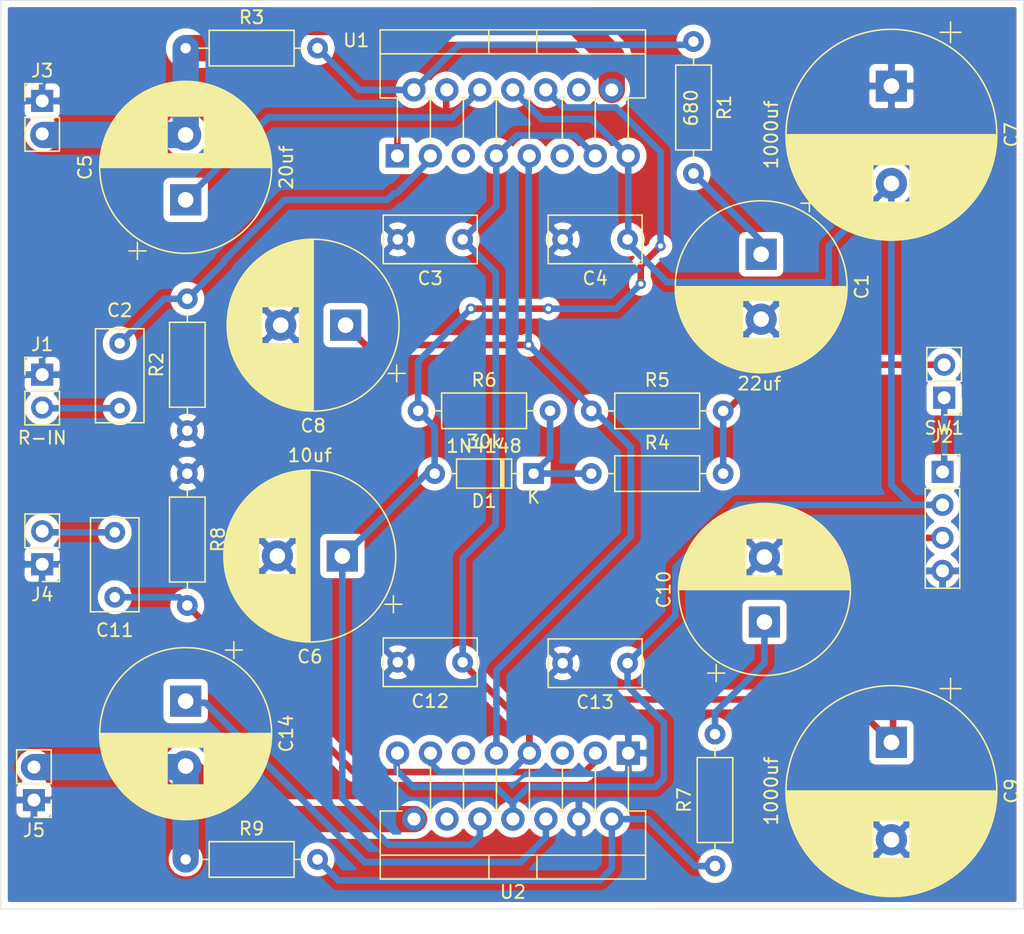
<source format=kicad_pcb>
(kicad_pcb (version 20171130) (host pcbnew "(5.1.8-0-10_14)")
  (layers (0 F.Cu signal) (31 B.Cu signal) (34 B.Paste user) (35 F.Paste user) (36 B.SilkS user) (37 F.SilkS user) (38 B.Mask user) (39 F.Mask user) (44 Edge.Cuts user))
  (net 0 "")
  (net 1 GND)
  (net 2 "Net-(C1-Pad1)")
  (net 3 "Net-(C2-Pad2)")
  (net 4 "Net-(C2-Pad1)")
  (net 5 "Net-(D1-Pad1)")
  (net 6 "Net-(R1-Pad1)")
  (net 7 +5V)
  (net 8 "Net-(U1-Pad12)")
  (net 9 "Net-(U1-Pad11)")
  (net 10 "Net-(U1-Pad5)")
  (net 11 "Net-(C10-Pad1)")
  (net 12 "Net-(C11-Pad2)")
  (net 13 "Net-(C11-Pad1)")
  (net 14 "Net-(R7-Pad1)")
  (net 15 "Net-(U2-Pad12)")
  (net 16 "Net-(U2-Pad11)")
  (net 17 "Net-(U2-Pad5)")
  (net 18 +48vFilter)
  (net 19 -48vFilter)
  (net 20 MUTE)
  (net 21 STBY)
  (net 22 "Net-(C5-Pad2)")
  (net 23 "Net-(C5-Pad1)")
  (net 24 "Net-(C14-Pad2)")
  (net 25 "Net-(C14-Pad1)")
  (net 26 "Net-(R4-Pad2)")
  (module Resistor_THT:R_Axial_DIN0207_L6.3mm_D2.5mm_P10.16mm_Horizontal (layer F.Cu) (at 152.146 77.47)
    (fp_text reference R4 (at 5.08 -2.37) (layer F.SilkS))
    (fp_text value 10k)
    (pad 2 thru_hole oval (at 10.16 0) (size 1.6 1.6) (drill 0.8) (layers *.Cu *.Mask) (net 26 "Net-(R4-Pad2)"))
    (pad 1 thru_hole circle (at 0 0) (size 1.6 1.6) (drill 0.8) (layers *.Cu *.Mask) (net 5 "Net-(D1-Pad1)"))
  )
  (module Capacitor_THT:C_Rect_L7.0mm_W3.5mm_P5.00mm (layer F.Cu) (at 154.94 92.075 180)
    (fp_text reference C13 (at 2.5 -3) (layer F.SilkS))
    (fp_text value 100nf)
    (pad 2 thru_hole circle (at 5 0 180) (size 1.6 1.6) (drill 0.8) (layers *.Cu *.Mask) (net 1 GND))
    (pad 1 thru_hole circle (at 0 0 180) (size 1.6 1.6) (drill 0.8) (layers *.Cu *.Mask) (net 19 -48vFilter))
  )
  (module Package_TO_SOT_THT:TO-220-15_P2.54x2.54mm_StaggerOdd_Lead4.58mm_Vertical (layer F.Cu) (at 155 99 180)
    (fp_text reference U2 (at 8.89 -10.7) (layer F.SilkS))
    (fp_text value TDA7293)
    (pad 15 thru_hole oval (at 17.78 0 180) (size 1.8 1.8) (drill 1) (layers *.Cu *.Mask) (net 19 -48vFilter))
    (pad 14 thru_hole oval (at 16.51 -5.08 180) (size 1.8 1.8) (drill 1) (layers *.Cu *.Mask) (net 24 "Net-(C14-Pad2)"))
    (pad 13 thru_hole oval (at 15.24 0 180) (size 1.8 1.8) (drill 1) (layers *.Cu *.Mask) (net 18 +48vFilter))
    (pad 12 thru_hole oval (at 13.97 -5.08 180) (size 1.8 1.8) (drill 1) (layers *.Cu *.Mask) (net 15 "Net-(U2-Pad12)"))
    (pad 11 thru_hole oval (at 12.7 0 180) (size 1.8 1.8) (drill 1) (layers *.Cu *.Mask) (net 16 "Net-(U2-Pad11)"))
    (pad 10 thru_hole oval (at 11.43 -5.08 180) (size 1.8 1.8) (drill 1) (layers *.Cu *.Mask) (net 20 MUTE))
    (pad 9 thru_hole oval (at 10.16 0 180) (size 1.8 1.8) (drill 1) (layers *.Cu *.Mask) (net 21 STBY))
    (pad 8 thru_hole oval (at 8.89 -5.08 180) (size 1.8 1.8) (drill 1) (layers *.Cu *.Mask) (net 19 -48vFilter))
    (pad 7 thru_hole oval (at 7.62 0 180) (size 1.8 1.8) (drill 1) (layers *.Cu *.Mask) (net 18 +48vFilter))
    (pad 6 thru_hole oval (at 6.35 -5.08 180) (size 1.8 1.8) (drill 1) (layers *.Cu *.Mask) (net 25 "Net-(C14-Pad1)"))
    (pad 5 thru_hole oval (at 5.08 0 180) (size 1.8 1.8) (drill 1) (layers *.Cu *.Mask) (net 17 "Net-(U2-Pad5)"))
    (pad 4 thru_hole oval (at 3.81 -5.08 180) (size 1.8 1.8) (drill 1) (layers *.Cu *.Mask) (net 1 GND))
    (pad 3 thru_hole oval (at 2.54 0 180) (size 1.8 1.8) (drill 1) (layers *.Cu *.Mask) (net 13 "Net-(C11-Pad1)"))
    (pad 2 thru_hole oval (at 1.27 -5.08 180) (size 1.8 1.8) (drill 1) (layers *.Cu *.Mask) (net 14 "Net-(R7-Pad1)"))
    (pad 1 thru_hole rect (at 0 0 180) (size 1.8 1.8) (drill 1) (layers *.Cu *.Mask) (net 1 GND))
  )
  (module Resistor_THT:R_Axial_DIN0207_L6.3mm_D2.5mm_P10.16mm_Horizontal (layer F.Cu) (at 120.904 107.188)
    (fp_text reference R9 (at 5.08 -2.37) (layer F.SilkS))
    (fp_text value 22k)
    (pad 2 thru_hole oval (at 10.16 0) (size 1.6 1.6) (drill 0.8) (layers *.Cu *.Mask) (net 14 "Net-(R7-Pad1)"))
    (pad 1 thru_hole circle (at 0 0) (size 1.6 1.6) (drill 0.8) (layers *.Cu *.Mask) (net 24 "Net-(C14-Pad2)"))
  )
  (module Resistor_THT:R_Axial_DIN0207_L6.3mm_D2.5mm_P10.16mm_Horizontal (layer F.Cu) (at 121.031 77.47 270)
    (fp_text reference R8 (at 5.08 -2.37 90) (layer F.SilkS))
    (fp_text value 22k)
    (pad 2 thru_hole oval (at 10.16 0 270) (size 1.6 1.6) (drill 0.8) (layers *.Cu *.Mask) (net 13 "Net-(C11-Pad1)"))
    (pad 1 thru_hole circle (at 0 0 270) (size 1.6 1.6) (drill 0.8) (layers *.Cu *.Mask) (net 1 GND))
  )
  (module Resistor_THT:R_Axial_DIN0207_L6.3mm_D2.5mm_P10.16mm_Horizontal (layer F.Cu) (at 161.671 107.696 90)
    (fp_text reference R7 (at 5.08 -2.37 90) (layer F.SilkS))
    (fp_text value 680)
    (pad 2 thru_hole oval (at 10.16 0 90) (size 1.6 1.6) (drill 0.8) (layers *.Cu *.Mask) (net 11 "Net-(C10-Pad1)"))
    (pad 1 thru_hole circle (at 0 0 90) (size 1.6 1.6) (drill 0.8) (layers *.Cu *.Mask) (net 14 "Net-(R7-Pad1)"))
  )
  (module Connector_PinHeader_2.54mm:PinHeader_1x02_P2.54mm_Vertical (layer F.Cu) (at 109.22 102.616 180)
    (fp_text reference J5 (at 0 -2.33) (layer F.SilkS))
    (fp_text value L-OUT)
    (pad 2 thru_hole oval (at 0 2.54 180) (size 1.7 1.7) (drill 1) (layers *.Cu *.Mask) (net 24 "Net-(C14-Pad2)"))
    (pad 1 thru_hole rect (at 0 0 180) (size 1.7 1.7) (drill 1) (layers *.Cu *.Mask) (net 1 GND))
  )
  (module Connector_PinHeader_2.54mm:PinHeader_1x02_P2.54mm_Vertical (layer F.Cu) (at 109.855 84.455 180)
    (fp_text reference J4 (at 0 -2.33) (layer F.SilkS))
    (fp_text value L-IN)
    (pad 2 thru_hole oval (at 0 2.54 180) (size 1.7 1.7) (drill 1) (layers *.Cu *.Mask) (net 12 "Net-(C11-Pad2)"))
    (pad 1 thru_hole rect (at 0 0 180) (size 1.7 1.7) (drill 1) (layers *.Cu *.Mask) (net 1 GND))
  )
  (module Capacitor_THT:CP_Radial_D13.0mm_P5.00mm (layer F.Cu) (at 120.904 94.996 270)
    (fp_text reference C14 (at 2.5 -7.75 90) (layer F.SilkS))
    (fp_text value 20uf)
    (pad 2 thru_hole circle (at 5 0 270) (size 2.4 2.4) (drill 1.2) (layers *.Cu *.Mask) (net 24 "Net-(C14-Pad2)"))
    (pad 1 thru_hole rect (at 0 0 270) (size 2.4 2.4) (drill 1.2) (layers *.Cu *.Mask) (net 25 "Net-(C14-Pad1)"))
  )
  (module Capacitor_THT:C_Rect_L7.0mm_W3.5mm_P5.00mm (layer F.Cu) (at 142.24 92 180)
    (fp_text reference C12 (at 2.5 -3) (layer F.SilkS))
    (fp_text value 100nf)
    (pad 2 thru_hole circle (at 5 0 180) (size 1.6 1.6) (drill 0.8) (layers *.Cu *.Mask) (net 1 GND))
    (pad 1 thru_hole circle (at 0 0 180) (size 1.6 1.6) (drill 0.8) (layers *.Cu *.Mask) (net 18 +48vFilter))
  )
  (module Capacitor_THT:C_Rect_L7.0mm_W3.5mm_P5.00mm (layer F.Cu) (at 115.443 86.995 90)
    (fp_text reference C11 (at -2.54 0) (layer F.SilkS))
    (fp_text value 470nf)
    (pad 2 thru_hole circle (at 5 0 90) (size 1.6 1.6) (drill 0.8) (layers *.Cu *.Mask) (net 12 "Net-(C11-Pad2)"))
    (pad 1 thru_hole circle (at 0 0 90) (size 1.6 1.6) (drill 0.8) (layers *.Cu *.Mask) (net 13 "Net-(C11-Pad1)"))
  )
  (module Capacitor_THT:CP_Radial_D13.0mm_P5.00mm (layer F.Cu) (at 165.481 88.9 90)
    (fp_text reference C10 (at 2.5 -7.75 90) (layer F.SilkS))
    (fp_text value 22uf)
    (pad 2 thru_hole circle (at 5 0 90) (size 2.4 2.4) (drill 1.2) (layers *.Cu *.Mask) (net 1 GND))
    (pad 1 thru_hole rect (at 0 0 90) (size 2.4 2.4) (drill 1.2) (layers *.Cu *.Mask) (net 11 "Net-(C10-Pad1)"))
  )
  (module Connector_PinSocket_2.54mm:PinSocket_1x04_P2.54mm_Vertical (layer F.Cu) (at 179.197 77.343)
    (fp_text reference J2 (at 0 -2.77) (layer F.SilkS))
    (fp_text value DC_IN)
    (pad 4 thru_hole oval (at 0 7.62) (size 1.7 1.7) (drill 1) (layers *.Cu *.Mask) (net 1 GND))
    (pad 3 thru_hole oval (at 0 5.08) (size 1.7 1.7) (drill 1) (layers *.Cu *.Mask) (net 18 +48vFilter))
    (pad 2 thru_hole oval (at 0 2.54) (size 1.7 1.7) (drill 1) (layers *.Cu *.Mask) (net 19 -48vFilter))
    (pad 1 thru_hole rect (at 0 0) (size 1.7 1.7) (drill 1) (layers *.Cu *.Mask) (net 7 +5V))
  )
  (module Capacitor_THT:CP_Radial_D13.0mm_P5.00mm (layer F.Cu) (at 120.904 56.388 90)
    (fp_text reference C5 (at 2.5 -7.75 90) (layer F.SilkS))
    (fp_text value 20uf (at 2.5 7.75 90) (layer F.SilkS))
    (pad 2 thru_hole circle (at 5 0 90) (size 2.4 2.4) (drill 1.2) (layers *.Cu *.Mask) (net 22 "Net-(C5-Pad2)"))
    (pad 1 thru_hole rect (at 0 0 90) (size 2.4 2.4) (drill 1.2) (layers *.Cu *.Mask) (net 23 "Net-(C5-Pad1)"))
  )
  (module Capacitor_THT:CP_Radial_D13.0mm_P5.00mm (layer F.Cu) (at 133.223 66.04 180)
    (fp_text reference C8 (at 2.5 -7.75) (layer F.SilkS))
    (fp_text value 10uf)
    (pad 2 thru_hole circle (at 5 0 180) (size 2.4 2.4) (drill 1.2) (layers *.Cu *.Mask) (net 1 GND))
    (pad 1 thru_hole rect (at 0 0 180) (size 2.4 2.4) (drill 1.2) (layers *.Cu *.Mask) (net 21 STBY))
  )
  (module Capacitor_THT:CP_Radial_D13.0mm_P5.00mm (layer F.Cu) (at 132.969 83.82 180)
    (fp_text reference C6 (at 2.5 -7.75) (layer F.SilkS))
    (fp_text value 10uf (at 2.5 7.75) (layer F.SilkS))
    (pad 2 thru_hole circle (at 5 0 180) (size 2.4 2.4) (drill 1.2) (layers *.Cu *.Mask) (net 1 GND))
    (pad 1 thru_hole rect (at 0 0 180) (size 2.4 2.4) (drill 1.2) (layers *.Cu *.Mask) (net 20 MUTE))
  )
  (module Capacitor_THT:CP_Radial_D13.0mm_P5.00mm (layer F.Cu) (at 165.227 60.579 270)
    (fp_text reference C1 (at 2.5 -7.75 90) (layer F.SilkS))
    (fp_text value 22uf (at 9.9695 0.1397 180) (layer F.SilkS))
    (pad 2 thru_hole circle (at 5 0 270) (size 2.4 2.4) (drill 1.2) (layers *.Cu *.Mask) (net 1 GND))
    (pad 1 thru_hole rect (at 0 0 270) (size 2.4 2.4) (drill 1.2) (layers *.Cu *.Mask) (net 2 "Net-(C1-Pad1)"))
  )
  (module Package_TO_SOT_THT:TO-220-15_P2.54x2.54mm_StaggerOdd_Lead4.58mm_Vertical (layer F.Cu) (at 137.21 53)
    (fp_text reference U1 (at -3.175 -8.89) (layer F.SilkS))
    (fp_text value TDA7293)
    (pad 15 thru_hole oval (at 17.78 0) (size 1.8 1.8) (drill 1) (layers *.Cu *.Mask) (net 19 -48vFilter))
    (pad 14 thru_hole oval (at 16.51 -5.08) (size 1.8 1.8) (drill 1) (layers *.Cu *.Mask) (net 22 "Net-(C5-Pad2)"))
    (pad 13 thru_hole oval (at 15.24 0) (size 1.8 1.8) (drill 1) (layers *.Cu *.Mask) (net 18 +48vFilter))
    (pad 12 thru_hole oval (at 13.97 -5.08) (size 1.8 1.8) (drill 1) (layers *.Cu *.Mask) (net 8 "Net-(U1-Pad12)"))
    (pad 11 thru_hole oval (at 12.7 0) (size 1.8 1.8) (drill 1) (layers *.Cu *.Mask) (net 9 "Net-(U1-Pad11)"))
    (pad 10 thru_hole oval (at 11.43 -5.08) (size 1.8 1.8) (drill 1) (layers *.Cu *.Mask) (net 20 MUTE))
    (pad 9 thru_hole oval (at 10.16 0) (size 1.8 1.8) (drill 1) (layers *.Cu *.Mask) (net 21 STBY))
    (pad 8 thru_hole oval (at 8.89 -5.08) (size 1.8 1.8) (drill 1) (layers *.Cu *.Mask) (net 19 -48vFilter))
    (pad 7 thru_hole oval (at 7.62 0) (size 1.8 1.8) (drill 1) (layers *.Cu *.Mask) (net 18 +48vFilter))
    (pad 6 thru_hole oval (at 6.35 -5.08) (size 1.8 1.8) (drill 1) (layers *.Cu *.Mask) (net 23 "Net-(C5-Pad1)"))
    (pad 5 thru_hole oval (at 5.08 0) (size 1.8 1.8) (drill 1) (layers *.Cu *.Mask) (net 10 "Net-(U1-Pad5)"))
    (pad 4 thru_hole oval (at 3.81 -5.08) (size 1.8 1.8) (drill 1) (layers *.Cu *.Mask) (net 1 GND))
    (pad 3 thru_hole oval (at 2.54 0) (size 1.8 1.8) (drill 1) (layers *.Cu *.Mask) (net 4 "Net-(C2-Pad1)"))
    (pad 2 thru_hole oval (at 1.27 -5.08) (size 1.8 1.8) (drill 1) (layers *.Cu *.Mask) (net 6 "Net-(R1-Pad1)"))
    (pad 1 thru_hole rect (at 0 0) (size 1.8 1.8) (drill 1) (layers *.Cu *.Mask) (net 1 GND))
  )
  (module Connector_PinHeader_2.54mm:PinHeader_1x02_P2.54mm_Vertical (layer F.Cu) (at 179.324 71.628 180)
    (fp_text reference SW1 (at 0 -2.33) (layer F.SilkS))
    (fp_text value SDBY_MUTE)
    (pad 2 thru_hole oval (at 0 2.54 180) (size 1.7 1.7) (drill 1) (layers *.Cu *.Mask) (net 26 "Net-(R4-Pad2)"))
    (pad 1 thru_hole rect (at 0 0 180) (size 1.7 1.7) (drill 1) (layers *.Cu *.Mask) (net 7 +5V))
  )
  (module Resistor_THT:R_Axial_DIN0207_L6.3mm_D2.5mm_P10.16mm_Horizontal (layer F.Cu) (at 120.904 44.704)
    (fp_text reference R3 (at 5.08 -2.37) (layer F.SilkS))
    (fp_text value 22k)
    (pad 2 thru_hole oval (at 10.16 0) (size 1.6 1.6) (drill 0.8) (layers *.Cu *.Mask) (net 6 "Net-(R1-Pad1)"))
    (pad 1 thru_hole circle (at 0 0) (size 1.6 1.6) (drill 0.8) (layers *.Cu *.Mask) (net 22 "Net-(C5-Pad2)"))
  )
  (module Resistor_THT:R_Axial_DIN0207_L6.3mm_D2.5mm_P10.16mm_Horizontal (layer F.Cu) (at 138.811 72.635)
    (fp_text reference R6 (at 5.08 -2.37) (layer F.SilkS))
    (fp_text value 30k (at 5.08 2.37) (layer F.SilkS))
    (pad 2 thru_hole oval (at 10.16 0) (size 1.6 1.6) (drill 0.8) (layers *.Cu *.Mask) (net 5 "Net-(D1-Pad1)"))
    (pad 1 thru_hole circle (at 0 0) (size 1.6 1.6) (drill 0.8) (layers *.Cu *.Mask) (net 20 MUTE))
  )
  (module Resistor_THT:R_Axial_DIN0207_L6.3mm_D2.5mm_P10.16mm_Horizontal (layer F.Cu) (at 152.146 72.644)
    (fp_text reference R5 (at 5.08 -2.37) (layer F.SilkS))
    (fp_text value 20k)
    (pad 2 thru_hole oval (at 10.16 0) (size 1.6 1.6) (drill 0.8) (layers *.Cu *.Mask) (net 26 "Net-(R4-Pad2)"))
    (pad 1 thru_hole circle (at 0 0) (size 1.6 1.6) (drill 0.8) (layers *.Cu *.Mask) (net 21 STBY))
  )
  (module Resistor_THT:R_Axial_DIN0207_L6.3mm_D2.5mm_P10.16mm_Horizontal (layer F.Cu) (at 121.031 74.168 90)
    (fp_text reference R2 (at 5.08 -2.37 90) (layer F.SilkS))
    (fp_text value 22k)
    (pad 2 thru_hole oval (at 10.16 0 90) (size 1.6 1.6) (drill 0.8) (layers *.Cu *.Mask) (net 4 "Net-(C2-Pad1)"))
    (pad 1 thru_hole circle (at 0 0 90) (size 1.6 1.6) (drill 0.8) (layers *.Cu *.Mask) (net 1 GND))
  )
  (module Resistor_THT:R_Axial_DIN0207_L6.3mm_D2.5mm_P10.16mm_Horizontal (layer F.Cu) (at 160.02 44.196 270)
    (fp_text reference R1 (at 5.08 -2.37 90) (layer F.SilkS))
    (fp_text value 680 (at 5.1054 0.185 90) (layer F.SilkS))
    (pad 2 thru_hole oval (at 10.16 0 270) (size 1.6 1.6) (drill 0.8) (layers *.Cu *.Mask) (net 2 "Net-(C1-Pad1)"))
    (pad 1 thru_hole circle (at 0 0 270) (size 1.6 1.6) (drill 0.8) (layers *.Cu *.Mask) (net 6 "Net-(R1-Pad1)"))
  )
  (module Connector_PinHeader_2.54mm:PinHeader_1x02_P2.54mm_Vertical (layer F.Cu) (at 109.855 48.768)
    (fp_text reference J3 (at 0 -2.33) (layer F.SilkS))
    (fp_text value out)
    (pad 2 thru_hole oval (at 0 2.54) (size 1.7 1.7) (drill 1) (layers *.Cu *.Mask) (net 22 "Net-(C5-Pad2)"))
    (pad 1 thru_hole rect (at 0 0) (size 1.7 1.7) (drill 1) (layers *.Cu *.Mask) (net 1 GND))
  )
  (module Connector_PinHeader_2.54mm:PinHeader_1x02_P2.54mm_Vertical (layer F.Cu) (at 109.855 69.85)
    (fp_text reference J1 (at 0 -2.33) (layer F.SilkS))
    (fp_text value R-IN (at 0 4.87) (layer F.SilkS))
    (pad 2 thru_hole oval (at 0 2.54) (size 1.7 1.7) (drill 1) (layers *.Cu *.Mask) (net 3 "Net-(C2-Pad2)"))
    (pad 1 thru_hole rect (at 0 0) (size 1.7 1.7) (drill 1) (layers *.Cu *.Mask) (net 1 GND))
  )
  (module Diode_THT:D_DO-35_SOD27_P7.62mm_Horizontal (layer F.Cu) (at 147.701 77.47 180)
    (fp_text reference D1 (at 3.81 -2.12) (layer F.SilkS))
    (fp_text value 1N4148 (at 3.81 2.12) (layer F.SilkS))
    (fp_text user K (at 0 -1.8) (layer F.SilkS))
    (pad 2 thru_hole oval (at 7.62 0 180) (size 1.6 1.6) (drill 0.8) (layers *.Cu *.Mask) (net 20 MUTE))
    (pad 1 thru_hole rect (at 0 0 180) (size 1.6 1.6) (drill 0.8) (layers *.Cu *.Mask) (net 5 "Net-(D1-Pad1)"))
  )
  (module Capacitor_THT:CP_Radial_D16.0mm_P7.50mm (layer F.Cu) (at 175.26 47.625 270)
    (fp_text reference C7 (at 3.75 -9.25 90) (layer F.SilkS))
    (fp_text value 1000uf (at 3.75 9.25 90) (layer F.SilkS))
    (pad 2 thru_hole circle (at 7.5 0 270) (size 2.4 2.4) (drill 1.2) (layers *.Cu *.Mask) (net 19 -48vFilter))
    (pad 1 thru_hole rect (at 0 0 270) (size 2.4 2.4) (drill 1.2) (layers *.Cu *.Mask) (net 1 GND))
  )
  (module Capacitor_THT:C_Rect_L7.0mm_W3.5mm_P5.00mm (layer F.Cu) (at 154.94 59.436 180)
    (fp_text reference C4 (at 2.5 -3) (layer F.SilkS))
    (fp_text value 100nf)
    (pad 2 thru_hole circle (at 5 0 180) (size 1.6 1.6) (drill 0.8) (layers *.Cu *.Mask) (net 1 GND))
    (pad 1 thru_hole circle (at 0 0 180) (size 1.6 1.6) (drill 0.8) (layers *.Cu *.Mask) (net 19 -48vFilter))
  )
  (module Capacitor_THT:CP_Radial_D16.0mm_P7.50mm (layer F.Cu) (at 175.26 98.171 270)
    (fp_text reference C9 (at 3.75 -9.25 90) (layer F.SilkS))
    (fp_text value 1000uf (at 3.75 9.25 90) (layer F.SilkS))
    (pad 2 thru_hole circle (at 7.5 0 270) (size 2.4 2.4) (drill 1.2) (layers *.Cu *.Mask) (net 1 GND))
    (pad 1 thru_hole rect (at 0 0 270) (size 2.4 2.4) (drill 1.2) (layers *.Cu *.Mask) (net 18 +48vFilter))
  )
  (module Capacitor_THT:C_Rect_L7.0mm_W3.5mm_P5.00mm (layer F.Cu) (at 142.24 59.436 180)
    (fp_text reference C3 (at 2.5 -3) (layer F.SilkS))
    (fp_text value 100nf)
    (pad 2 thru_hole circle (at 5 0 180) (size 1.6 1.6) (drill 0.8) (layers *.Cu *.Mask) (net 1 GND))
    (pad 1 thru_hole circle (at 0 0 180) (size 1.6 1.6) (drill 0.8) (layers *.Cu *.Mask) (net 18 +48vFilter))
  )
  (module Capacitor_THT:C_Rect_L7.0mm_W3.5mm_P5.00mm (layer F.Cu) (at 115.824 67.437 270)
    (fp_text reference C2 (at -2.54 0) (layer F.SilkS))
    (fp_text value 470nf)
    (pad 2 thru_hole circle (at 5 0 270) (size 1.6 1.6) (drill 0.8) (layers *.Cu *.Mask) (net 3 "Net-(C2-Pad2)"))
    (pad 1 thru_hole circle (at 0 0 270) (size 1.6 1.6) (drill 0.8) (layers *.Cu *.Mask) (net 4 "Net-(C2-Pad1)"))
  )
  (gr_line (start 106.68 41.021) (end 185.42 41.021) (layer Edge.Cuts) (width 0.05))
  (gr_line (start 106.68 111) (end 106.68 41.021) (layer Edge.Cuts) (width 0.05))
  (gr_line (start 185.42 110.998) (end 106.68 111) (layer Edge.Cuts) (width 0.05))
  (gr_line (start 185.42 111) (end 185.42 41.021) (layer Edge.Cuts) (width 0.05))
  (segment (start 137.21 51.385) (end 137.21 53) (width 0.508) (layer F.Cu) (net 1))
  (segment (start 138.43 50.165) (end 137.21 51.385) (width 0.508) (layer F.Cu) (net 1))
  (segment (start 140.97 50.165) (end 138.43 50.165) (width 0.508) (layer F.Cu) (net 1))
  (segment (start 140.97 47.97) (end 140.97 50.165) (width 0.508) (layer F.Cu) (net 1))
  (segment (start 141.02 47.92) (end 140.97 47.97) (width 0.508) (layer F.Cu) (net 1))
  (segment (start 165.227 59.563) (end 160.02 54.356) (width 0.508) (layer B.Cu) (net 2))
  (segment (start 165.227 60.579) (end 165.227 59.563) (width 0.508) (layer B.Cu) (net 2))
  (segment (start 109.902 72.437) (end 109.855 72.39) (width 0.508) (layer B.Cu) (net 3))
  (segment (start 115.824 72.437) (end 109.902 72.437) (width 0.508) (layer B.Cu) (net 3))
  (segment (start 137.16 55.88) (end 139.75 53.29) (width 0.508) (layer B.Cu) (net 4))
  (segment (start 136.947202 55.88) (end 137.16 55.88) (width 0.508) (layer B.Cu) (net 4))
  (segment (start 136.439202 56.388) (end 136.947202 55.88) (width 0.508) (layer B.Cu) (net 4))
  (segment (start 128.524 56.388) (end 136.439202 56.388) (width 0.508) (layer B.Cu) (net 4))
  (segment (start 139.75 53.29) (end 139.75 53) (width 0.508) (layer B.Cu) (net 4))
  (segment (start 121.031 64.008) (end 123.825 61.214) (width 0.508) (layer B.Cu) (net 4))
  (segment (start 123.825 61.087) (end 128.524 56.388) (width 0.508) (layer B.Cu) (net 4))
  (segment (start 123.825 61.214) (end 123.825 61.087) (width 0.508) (layer B.Cu) (net 4))
  (segment (start 119.253 64.008) (end 115.824 67.437) (width 0.508) (layer B.Cu) (net 4))
  (segment (start 121.031 64.008) (end 119.253 64.008) (width 0.508) (layer B.Cu) (net 4))
  (segment (start 148.971 76.2) (end 147.701 77.47) (width 0.508) (layer B.Cu) (net 5))
  (segment (start 148.971 72.635) (end 148.971 76.2) (width 0.508) (layer B.Cu) (net 5))
  (segment (start 152.146 77.47) (end 147.701 77.47) (width 0.508) (layer B.Cu) (net 5))
  (segment (start 141.95 44.45) (end 138.48 47.92) (width 0.508) (layer B.Cu) (net 6))
  (segment (start 159.385 44.45) (end 141.95 44.45) (width 0.508) (layer B.Cu) (net 6))
  (segment (start 134.28 47.92) (end 131.064 44.704) (width 0.508) (layer B.Cu) (net 6))
  (segment (start 138.48 47.92) (end 134.28 47.92) (width 0.508) (layer B.Cu) (net 6))
  (segment (start 179.324 77.216) (end 179.197 77.343) (width 0.508) (layer B.Cu) (net 7))
  (segment (start 179.324 71.628) (end 179.324 77.216) (width 0.508) (layer B.Cu) (net 7))
  (segment (start 165.481 92.075) (end 165.481 88.9) (width 0.508) (layer B.Cu) (net 11))
  (segment (start 161.671 95.885) (end 165.481 92.075) (width 0.508) (layer B.Cu) (net 11))
  (segment (start 161.671 97.536) (end 161.671 95.885) (width 0.508) (layer B.Cu) (net 11))
  (segment (start 109.935 81.995) (end 109.855 81.915) (width 0.508) (layer B.Cu) (net 12))
  (segment (start 115.443 81.995) (end 109.935 81.995) (width 0.508) (layer B.Cu) (net 12))
  (segment (start 120.396 86.995) (end 115.443 86.995) (width 0.508) (layer B.Cu) (net 13))
  (segment (start 121.031 87.63) (end 120.396 86.995) (width 0.508) (layer B.Cu) (net 13))
  (segment (start 133.858 100.457) (end 121.031 87.63) (width 0.508) (layer F.Cu) (net 13))
  (segment (start 151.638 100.457) (end 133.858 100.457) (width 0.508) (layer F.Cu) (net 13))
  (segment (start 152.46 99.635) (end 151.638 100.457) (width 0.508) (layer F.Cu) (net 13))
  (segment (start 152.46 99) (end 152.46 99.635) (width 0.508) (layer F.Cu) (net 13))
  (segment (start 132.675999 108.799999) (end 131.064 107.188) (width 0.508) (layer B.Cu) (net 14))
  (segment (start 152.820001 108.799999) (end 132.675999 108.799999) (width 0.508) (layer B.Cu) (net 14))
  (segment (start 153.73 107.89) (end 152.820001 108.799999) (width 0.508) (layer B.Cu) (net 14))
  (segment (start 153.73 104.08) (end 153.73 107.89) (width 0.508) (layer B.Cu) (net 14))
  (segment (start 160.147 107.696) (end 161.671 107.696) (width 0.508) (layer B.Cu) (net 14))
  (segment (start 156.531 104.08) (end 160.147 107.696) (width 0.508) (layer B.Cu) (net 14))
  (segment (start 153.73 104.08) (end 156.531 104.08) (width 0.508) (layer B.Cu) (net 14))
  (segment (start 150.885 51.435) (end 152.45 53) (width 0.508) (layer B.Cu) (net 18))
  (segment (start 146.395 51.435) (end 150.885 51.435) (width 0.508) (layer B.Cu) (net 18))
  (segment (start 144.83 53) (end 146.395 51.435) (width 0.508) (layer B.Cu) (net 18))
  (segment (start 146.480001 99.899999) (end 147.38 99) (width 0.508) (layer B.Cu) (net 18))
  (segment (start 145.923 100.457) (end 146.480001 99.899999) (width 0.508) (layer B.Cu) (net 18))
  (segment (start 139.76 99.755) (end 140.462 100.457) (width 0.508) (layer B.Cu) (net 18))
  (segment (start 140.462 100.457) (end 145.923 100.457) (width 0.508) (layer B.Cu) (net 18))
  (segment (start 139.76 99) (end 139.76 99.755) (width 0.508) (layer B.Cu) (net 18))
  (segment (start 147.38 97.215) (end 147.38 99) (width 0.508) (layer F.Cu) (net 18))
  (segment (start 142.24 92.075) (end 147.38 97.215) (width 0.508) (layer F.Cu) (net 18))
  (segment (start 142.24 92) (end 142.24 92.075) (width 0.508) (layer F.Cu) (net 18))
  (segment (start 144.83 56.846) (end 142.24 59.436) (width 0.508) (layer B.Cu) (net 18))
  (segment (start 144.83 53) (end 144.83 56.846) (width 0.508) (layer B.Cu) (net 18))
  (segment (start 175.387 83.312) (end 176.276 82.423) (width 0.508) (layer F.Cu) (net 18))
  (segment (start 176.276 82.423) (end 179.197 82.423) (width 0.508) (layer F.Cu) (net 18))
  (segment (start 175.387 98.044) (end 175.387 83.312) (width 0.508) (layer F.Cu) (net 18))
  (segment (start 175.26 98.171) (end 175.387 98.044) (width 0.508) (layer F.Cu) (net 18))
  (segment (start 149.225 94.869) (end 171.958 94.869) (width 0.508) (layer F.Cu) (net 18))
  (segment (start 171.958 94.869) (end 175.26 98.171) (width 0.508) (layer F.Cu) (net 18))
  (segment (start 147.38 96.714) (end 149.225 94.869) (width 0.508) (layer F.Cu) (net 18))
  (segment (start 147.38 99) (end 147.38 96.714) (width 0.508) (layer F.Cu) (net 18))
  (segment (start 144.78 81.407) (end 142.24 83.947) (width 0.508) (layer B.Cu) (net 18))
  (segment (start 144.78 61.976) (end 144.78 81.407) (width 0.508) (layer B.Cu) (net 18))
  (segment (start 142.24 83.947) (end 142.24 92) (width 0.508) (layer B.Cu) (net 18))
  (segment (start 142.24 59.436) (end 144.78 61.976) (width 0.508) (layer B.Cu) (net 18))
  (segment (start 146.11 104.08) (end 146.08 104.08) (width 0.508) (layer F.Cu) (net 19))
  (segment (start 154.99 53) (end 154.94 53.05) (width 0.508) (layer F.Cu) (net 19))
  (segment (start 152.155 50.165) (end 154.99 53) (width 0.508) (layer B.Cu) (net 19))
  (segment (start 148.345 50.165) (end 152.155 50.165) (width 0.508) (layer B.Cu) (net 19))
  (segment (start 146.1 47.92) (end 148.345 50.165) (width 0.508) (layer B.Cu) (net 19))
  (segment (start 137.16 99.06) (end 137.22 99) (width 0.508) (layer B.Cu) (net 19))
  (segment (start 146.11 104.08) (end 146.11 102.93) (width 0.508) (layer B.Cu) (net 19))
  (segment (start 137.16 100.33) (end 137.16 99.06) (width 0.508) (layer B.Cu) (net 19))
  (segment (start 138.43 101.6) (end 137.16 100.33) (width 0.508) (layer B.Cu) (net 19))
  (segment (start 146.11 102.93) (end 144.78 101.6) (width 0.508) (layer B.Cu) (net 19))
  (segment (start 144.78 101.6) (end 138.43 101.6) (width 0.508) (layer B.Cu) (net 19))
  (segment (start 170.434 59.951) (end 175.26 55.125) (width 0.508) (layer B.Cu) (net 19))
  (segment (start 170.434 62.738) (end 170.434 59.951) (width 0.508) (layer B.Cu) (net 19))
  (segment (start 157.988 62.738) (end 170.434 62.738) (width 0.508) (layer B.Cu) (net 19))
  (segment (start 154.99 59.74) (end 157.988 62.738) (width 0.508) (layer B.Cu) (net 19))
  (segment (start 154.99 53) (end 154.99 59.74) (width 0.508) (layer B.Cu) (net 19))
  (segment (start 176.784 79.883) (end 175.26 78.359) (width 0.508) (layer B.Cu) (net 19))
  (segment (start 175.26 58.42) (end 175.26 55.125) (width 0.508) (layer B.Cu) (net 19))
  (segment (start 175.26 78.359) (end 175.26 58.42) (width 0.508) (layer B.Cu) (net 19))
  (segment (start 179.197 79.883) (end 176.784 79.883) (width 0.508) (layer B.Cu) (net 19))
  (segment (start 154.94 93.853) (end 154.94 92.075) (width 0.508) (layer B.Cu) (net 19))
  (segment (start 157.734 100.965) (end 157.734 96.647) (width 0.508) (layer B.Cu) (net 19))
  (segment (start 157.099 101.6) (end 157.734 100.965) (width 0.508) (layer B.Cu) (net 19))
  (segment (start 147.32 101.6) (end 157.099 101.6) (width 0.508) (layer B.Cu) (net 19))
  (segment (start 157.734 96.647) (end 154.94 93.853) (width 0.508) (layer B.Cu) (net 19))
  (segment (start 146.11 102.81) (end 147.32 101.6) (width 0.508) (layer B.Cu) (net 19))
  (segment (start 146.11 104.08) (end 146.11 102.81) (width 0.508) (layer B.Cu) (net 19))
  (segment (start 163.449 79.883) (end 176.911 79.883) (width 0.508) (layer B.Cu) (net 19))
  (segment (start 158.623 84.709) (end 163.449 79.883) (width 0.508) (layer B.Cu) (net 19))
  (segment (start 176.911 79.883) (end 179.197 79.883) (width 0.508) (layer B.Cu) (net 19))
  (segment (start 158.623 88.392) (end 158.623 84.709) (width 0.508) (layer B.Cu) (net 19))
  (segment (start 154.94 92.075) (end 158.623 88.392) (width 0.508) (layer B.Cu) (net 19))
  (segment (start 143.57 104.08) (end 143.92 104.08) (width 0.508) (layer F.Cu) (net 20))
  (segment (start 140.081 73.905) (end 138.811 72.635) (width 0.508) (layer B.Cu) (net 20))
  (segment (start 140.081 77.47) (end 140.081 73.905) (width 0.508) (layer B.Cu) (net 20))
  (via (at 138.811 72.635) (size 0.8) (drill 0.4) (layers F.Cu B.Cu) (net 20))
  (via (at 157.48 59.943998) (size 0.8) (drill 0.4) (layers F.Cu B.Cu) (net 20))
  (segment (start 148.64 47.92) (end 149.994001 49.274001) (width 0.508) (layer B.Cu) (net 20))
  (segment (start 149.994001 49.274001) (end 154.049001 49.274001) (width 0.508) (layer B.Cu) (net 20))
  (segment (start 154.049001 49.274001) (end 157.48 52.705) (width 0.508) (layer B.Cu) (net 20))
  (segment (start 157.48 52.705) (end 157.48 59.943998) (width 0.508) (layer B.Cu) (net 20))
  (via (at 155.955998 62.865) (size 0.8) (drill 0.4) (layers F.Cu B.Cu) (net 20))
  (segment (start 155.955998 61.468) (end 155.955998 62.865) (width 0.508) (layer F.Cu) (net 20))
  (segment (start 157.48 59.943998) (end 155.955998 61.468) (width 0.508) (layer F.Cu) (net 20))
  (via (at 142.875004 64.77) (size 0.8) (drill 0.4) (layers F.Cu B.Cu) (net 20))
  (segment (start 132.969 83.947) (end 139.446 77.47) (width 0.508) (layer B.Cu) (net 20))
  (segment (start 136.525 106.045) (end 132.969 102.489) (width 0.508) (layer B.Cu) (net 20))
  (segment (start 139.446 77.47) (end 140.081 77.47) (width 0.508) (layer B.Cu) (net 20))
  (segment (start 143.57 104.08) (end 143.57 105.35) (width 0.508) (layer B.Cu) (net 20))
  (segment (start 142.875 106.045) (end 136.525 106.045) (width 0.508) (layer B.Cu) (net 20))
  (segment (start 143.57 105.35) (end 142.875 106.045) (width 0.508) (layer B.Cu) (net 20))
  (segment (start 132.969 102.489) (end 132.969 83.947) (width 0.508) (layer B.Cu) (net 20))
  (segment (start 138.811 68.834) (end 142.875 64.77) (width 0.508) (layer B.Cu) (net 20))
  (segment (start 142.875 64.77) (end 142.875004 64.77) (width 0.508) (layer B.Cu) (net 20))
  (segment (start 138.811 72.635) (end 138.811 68.834) (width 0.508) (layer B.Cu) (net 20))
  (segment (start 154.050998 64.77) (end 148.844 64.77) (width 0.508) (layer B.Cu) (net 20))
  (segment (start 155.955998 62.865) (end 154.050998 64.77) (width 0.508) (layer B.Cu) (net 20))
  (segment (start 142.875004 64.77) (end 148.844 64.77) (width 0.508) (layer F.Cu) (net 20))
  (via (at 148.844 64.77) (size 0.8) (drill 0.4) (layers F.Cu B.Cu) (net 20))
  (segment (start 147.32 53.05) (end 147.37 53) (width 0.508) (layer B.Cu) (net 21))
  (segment (start 147.32 67.564) (end 147.32 53.05) (width 0.508) (layer B.Cu) (net 21))
  (via (at 147.32 67.564) (size 0.8) (drill 0.4) (layers F.Cu B.Cu) (net 21))
  (segment (start 144.84 99) (end 144.84 92.65) (width 0.508) (layer B.Cu) (net 21))
  (segment (start 152.4 72.644) (end 152.146 72.644) (width 0.508) (layer B.Cu) (net 21))
  (segment (start 155.194 82.296) (end 155.194 75.438) (width 0.508) (layer B.Cu) (net 21))
  (segment (start 144.84 92.65) (end 155.194 82.296) (width 0.508) (layer B.Cu) (net 21))
  (segment (start 155.194 75.438) (end 152.4 72.644) (width 0.508) (layer B.Cu) (net 21))
  (segment (start 152.146 72.39) (end 147.32 67.564) (width 0.508) (layer B.Cu) (net 21))
  (segment (start 152.146 72.644) (end 152.146 72.39) (width 0.508) (layer B.Cu) (net 21))
  (segment (start 134.747 67.564) (end 147.32 67.564) (width 0.508) (layer F.Cu) (net 21))
  (segment (start 133.223 66.04) (end 134.747 67.564) (width 0.508) (layer F.Cu) (net 21))
  (segment (start 120.904 51.388) (end 120.904 44.704) (width 2.032) (layer B.Cu) (net 22))
  (segment (start 109.935 51.388) (end 109.855 51.308) (width 0.508) (layer B.Cu) (net 22))
  (segment (start 120.904 51.388) (end 109.935 51.388) (width 2.032) (layer B.Cu) (net 22))
  (segment (start 128.762001 42.687999) (end 151.018999 42.687999) (width 2.032) (layer F.Cu) (net 22))
  (segment (start 126.746 44.704) (end 128.762001 42.687999) (width 2.032) (layer F.Cu) (net 22))
  (segment (start 153.72 45.389) (end 153.72 47.92) (width 2.032) (layer F.Cu) (net 22))
  (segment (start 151.018999 42.687999) (end 153.72 45.389) (width 2.032) (layer F.Cu) (net 22))
  (segment (start 120.904 44.704) (end 126.746 44.704) (width 2.032) (layer F.Cu) (net 22))
  (segment (start 127.254 50.038) (end 120.904 56.388) (width 0.508) (layer B.Cu) (net 23))
  (segment (start 141.442 50.038) (end 127.254 50.038) (width 0.508) (layer B.Cu) (net 23))
  (segment (start 143.56 47.92) (end 141.442 50.038) (width 0.508) (layer B.Cu) (net 23))
  (segment (start 120.904 99.996) (end 120.904 107.188) (width 2.032) (layer B.Cu) (net 24))
  (segment (start 120.603 100.076) (end 120.65 100.123) (width 0.508) (layer B.Cu) (net 24))
  (segment (start 109.22 100.076) (end 120.603 100.076) (width 2.032) (layer B.Cu) (net 24))
  (segment (start 124.988 104.08) (end 120.904 99.996) (width 2.032) (layer F.Cu) (net 24))
  (segment (start 138.49 104.08) (end 124.988 104.08) (width 2.032) (layer F.Cu) (net 24))
  (segment (start 134.693011 107.388011) (end 122.428 95.123) (width 0.508) (layer B.Cu) (net 25))
  (segment (start 122.428 95.123) (end 120.65 95.123) (width 0.508) (layer B.Cu) (net 25))
  (segment (start 146.738989 107.388011) (end 134.693011 107.388011) (width 0.508) (layer B.Cu) (net 25))
  (segment (start 148.65 105.477) (end 146.738989 107.388011) (width 0.508) (layer B.Cu) (net 25))
  (segment (start 148.65 104.08) (end 148.65 105.477) (width 0.508) (layer B.Cu) (net 25))
  (segment (start 166.116 69.088) (end 162.56 72.644) (width 0.508) (layer F.Cu) (net 26))
  (segment (start 179.324 69.088) (end 166.116 69.088) (width 0.508) (layer F.Cu) (net 26))
  (segment (start 162.306 77.47) (end 162.306 72.644) (width 0.508) (layer B.Cu) (net 26))
  (zone (net 1) (net_name GND) (layer F.Cu) (connect_pads (clearance 0.508)) (min_thickness 0.254) (fill yes (arc_segments 32) (thermal_gap 0.508) (thermal_bridge_width 0.508))
    (polygon (pts (xy 185.42 111) (xy 106.68 111.2) (xy 106.68 41.021) (xy 185.42 41.021)))
  )
  (zone (net 1) (net_name GND) (layer B.Cu) (connect_pads (clearance 0.508)) (min_thickness 0.254) (fill yes (arc_segments 32) (thermal_gap 0.508) (thermal_bridge_width 0.508))
    (polygon (pts (xy 185.42 110.998) (xy 106.68 110.998) (xy 106.68 41.021) (xy 185.42 41.021)))
  )
)
</source>
